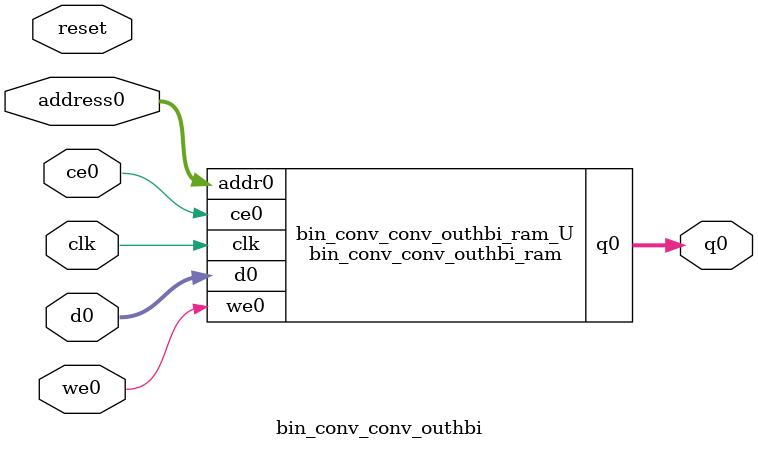
<source format=v>
`timescale 1 ns / 1 ps
module bin_conv_conv_outhbi_ram (addr0, ce0, d0, we0, q0,  clk);

parameter DWIDTH = 5;
parameter AWIDTH = 7;
parameter MEM_SIZE = 128;

input[AWIDTH-1:0] addr0;
input ce0;
input[DWIDTH-1:0] d0;
input we0;
output reg[DWIDTH-1:0] q0;
input clk;

(* ram_style = "distributed" *)reg [DWIDTH-1:0] ram[0:MEM_SIZE-1];




always @(posedge clk)  
begin 
    if (ce0) 
    begin
        if (we0) 
        begin 
            ram[addr0] <= d0; 
        end 
        q0 <= ram[addr0];
    end
end


endmodule

`timescale 1 ns / 1 ps
module bin_conv_conv_outhbi(
    reset,
    clk,
    address0,
    ce0,
    we0,
    d0,
    q0);

parameter DataWidth = 32'd5;
parameter AddressRange = 32'd128;
parameter AddressWidth = 32'd7;
input reset;
input clk;
input[AddressWidth - 1:0] address0;
input ce0;
input we0;
input[DataWidth - 1:0] d0;
output[DataWidth - 1:0] q0;



bin_conv_conv_outhbi_ram bin_conv_conv_outhbi_ram_U(
    .clk( clk ),
    .addr0( address0 ),
    .ce0( ce0 ),
    .we0( we0 ),
    .d0( d0 ),
    .q0( q0 ));

endmodule


</source>
